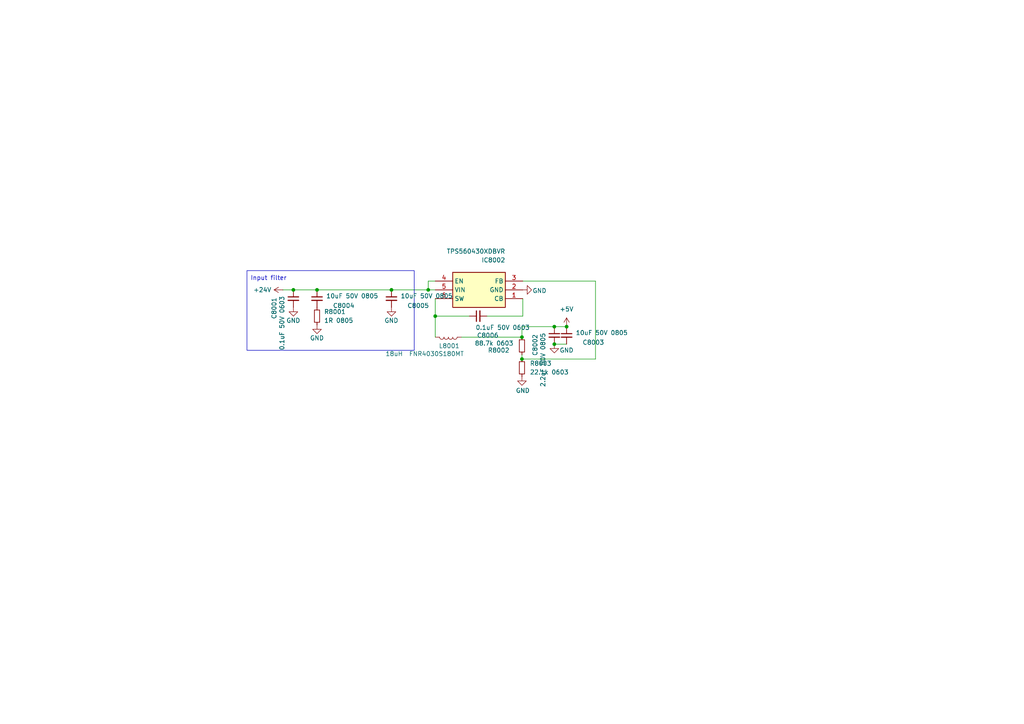
<source format=kicad_sch>
(kicad_sch (version 20231120) (generator "eeschema") (generator_version "8.0")
  (paper "A4")
  (lib_symbols
    (symbol "C_Small_1" (pin_numbers hide) (pin_names (offset 0.254) hide)
      (property "Reference" "C11005" (at 10.922 -2.032 0))
      (property "Value" "10uF 50V 0805" (at 17.78 0.762 0))
      (symbol "C_Small_1_0_1"
        (polyline (pts (xy -1.524 -0.508) (xy 1.524 -0.508)) (stroke (width 0.3302)))
        (polyline (pts (xy -1.524 0.508) (xy 1.524 0.508)) (stroke (width 0.3048)))
      )
      (symbol "C_Small_1_1_1"
        (pin passive line (at 0 2.54 270) (length 2.032) (name "~") (number "1"))
        (pin passive line (at 0 -2.54 90) (length 2.032) (name "~") (number "2"))
      )
    )
    (symbol "C_Small_2" (pin_numbers hide) (pin_names (offset 0.254) hide)
      (property "Reference" "C11006" (at 10.922 -2.032 0))
      (property "Value" "10uF 50V 0805" (at 17.78 0.762 0))
      (symbol "C_Small_2_0_1"
        (polyline (pts (xy -1.524 -0.508) (xy 1.524 -0.508)) (stroke (width 0.3302)))
        (polyline (pts (xy -1.524 0.508) (xy 1.524 0.508)) (stroke (width 0.3048)))
      )
      (symbol "C_Small_2_1_1"
        (pin passive line (at 0 2.54 270) (length 2.032) (name "~") (number "1"))
        (pin passive line (at 0 -2.54 90) (length 2.032) (name "~") (number "2"))
      )
    )
    (symbol "C_Small_3" (pin_numbers hide) (pin_names (offset 0.254) hide)
      (property "Reference" "C11009" (at -5.588 -2.794 90))
      (property "Value" "0.1uF 50V 0603" (at -3.302 -7.112 90))
      (symbol "C_Small_3_0_1"
        (polyline (pts (xy -1.524 -0.508) (xy 1.524 -0.508)) (stroke (width 0.3302)))
        (polyline (pts (xy -1.524 0.508) (xy 1.524 0.508)) (stroke (width 0.3048)))
      )
      (symbol "C_Small_3_1_1"
        (pin passive line (at 0 2.54 270) (length 2.032) (name "~") (number "1"))
        (pin passive line (at 0 -2.54 90) (length 2.032) (name "~") (number "2"))
      )
    )
    (symbol "Device:C_Small" (pin_numbers hide) (pin_names (offset 0.254) hide)
      (property "Reference" "C" (at 0.254 1.778 0))
      (property "Value" "C_Small" (at 0.254 -2.032 0))
      (symbol "C_Small_0_1"
        (polyline (pts (xy -1.524 -0.508) (xy 1.524 -0.508)) (stroke (width 0.3302)))
        (polyline (pts (xy -1.524 0.508) (xy 1.524 0.508)) (stroke (width 0.3048)))
      )
      (symbol "C_Small_1_1"
        (pin passive line (at 0 2.54 270) (length 2.032) (name "~") (number "1"))
        (pin passive line (at 0 -2.54 90) (length 2.032) (name "~") (number "2"))
      )
    )
    (symbol "Device:L" (pin_numbers hide) (pin_names (offset 1.016) hide)
      (property "Reference" "L11001" (at 2.54 0.254 90))
      (property "Value" "18uH  FNR4030S180MT" (at 4.826 -6.858 90))
      (symbol "L_0_1"
        (arc (start 0 -2.54) (mid 0.6323 -1.905) (end 0 -1.27))
        (arc (start 0 -1.27) (mid 0.6323 -0.635) (end 0 0))
        (arc (start 0 0) (mid 0.6323 0.635) (end 0 1.27))
        (arc (start 0 1.27) (mid 0.6323 1.905) (end 0 2.54))
      )
      (symbol "L_1_1"
        (pin passive line (at 0 3.81 270) (length 1.27) (name "1") (number "1"))
        (pin passive line (at 0 -3.81 90) (length 1.27) (name "2") (number "2"))
      )
    )
    (symbol "Device:R_Small" (pin_numbers hide) (pin_names (offset 0.254) hide)
      (property "Reference" "R11005" (at 2.032 1.2701 0))
      (property "Value" "1R 0805" (at 2.032 -1.2699 0))
      (symbol "R_Small_0_1"
        (rectangle (start -0.762 1.778) (end 0.762 -1.778) (stroke (width 0.2032)))
      )
      (symbol "R_Small_1_1"
        (pin passive line (at 0 2.54 270) (length 0.762) (name "~") (number "1"))
        (pin passive line (at 0 -2.54 90) (length 0.762) (name "~") (number "2"))
      )
    )
    (symbol "R_Small_1" (pin_numbers hide) (pin_names (offset 0.254) hide)
      (property "Reference" "R11004" (at 2.286 1.2701 0))
      (property "Value" "22.1k 0603" (at 2.286 -1.2699 0))
      (symbol "R_Small_1_0_1"
        (rectangle (start -0.762 1.778) (end 0.762 -1.778) (stroke (width 0.2032)))
      )
      (symbol "R_Small_1_1_1"
        (pin passive line (at 0 2.54 270) (length 0.762) (name "~") (number "1"))
        (pin passive line (at 0 -2.54 90) (length 0.762) (name "~") (number "2"))
      )
    )
    (symbol "R_Small_2" (pin_numbers hide) (pin_names (offset 0.254) hide)
      (property "Reference" "R11003" (at -9.906 -1.27 0))
      (property "Value" "88.7k 0603" (at -13.716 0.762 0))
      (symbol "R_Small_2_0_1"
        (rectangle (start -0.762 1.778) (end 0.762 -1.778) (stroke (width 0.2032)))
      )
      (symbol "R_Small_2_1_1"
        (pin passive line (at 0 2.54 270) (length 0.762) (name "~") (number "1"))
        (pin passive line (at 0 -2.54 90) (length 0.762) (name "~") (number "2"))
      )
    )
    (symbol "aaa:TPS560430XDBVR"
      (property "Reference" "IC" (at 21.59 7.62 0))
      (property "Value" "TPS560430XDBVR" (at 21.59 5.08 0))
      (symbol "TPS560430XDBVR_1_1"
        (rectangle (start 5.08 2.54) (end 20.32 -7.62) (stroke (width 0.254)) (fill (type background)))
        (pin passive line (at 0 0 0) (length 5.08) (name "CB") (number "1"))
        (pin passive line (at 0 -2.54 0) (length 5.08) (name "GND") (number "2"))
        (pin passive line (at 0 -5.08 0) (length 5.08) (name "FB") (number "3"))
        (pin passive line (at 25.4 -5.08 180) (length 5.08) (name "EN") (number "4"))
        (pin passive line (at 25.4 -2.54 180) (length 5.08) (name "VIN") (number "5"))
        (pin passive line (at 25.4 0 180) (length 5.08) (name "SW") (number "6"))
      )
    )
    (symbol "power:+24V" (power) (pin_numbers hide) (pin_names (offset 0) hide)
      (property "Value" "+24V" (at 0 3.556 0))
      (symbol "+24V_0_1"
        (polyline (pts (xy -0.762 1.27) (xy 0 2.54)))
        (polyline (pts (xy 0 0) (xy 0 2.54)))
        (polyline (pts (xy 0 2.54) (xy 0.762 1.27)))
      )
      (symbol "+24V_1_1"
        (pin power_in line (at 0 0 90) (length 0) (name "~") (number "1"))
      )
    )
    (symbol "power:+5V" (power) (pin_numbers hide) (pin_names (offset 0) hide)
      (property "Value" "+5V" (at 0 3.556 0))
      (symbol "+5V_0_1"
        (polyline (pts (xy -0.762 1.27) (xy 0 2.54)))
        (polyline (pts (xy 0 0) (xy 0 2.54)))
        (polyline (pts (xy 0 2.54) (xy 0.762 1.27)))
      )
      (symbol "+5V_1_1"
        (pin power_in line (at 0 0 90) (length 0) (name "~") (number "1"))
      )
    )
    (symbol "power:GND" (power) (pin_names (offset 0))
      (property "Value" "GND" (at 0 -3.81 0))
      (symbol "GND_0_1"
        (polyline (pts (xy 0 0) (xy 0 -1.27) (xy 1.27 -1.27) (xy 0 -2.54) (xy -1.27 -1.27) (xy 0 -1.27)))
      )
      (symbol "GND_1_1"
        (pin power_in line (at 0 0 270) (length 0) hide (name "GND") (number "1"))
      )
    )
  )
  (junction (at 91.948 84.074))
  (junction (at 164.338 94.742))
  (junction (at 160.782 94.742))
  (junction (at 113.538 84.074))
  (junction (at 85.09 84.074))
  (junction (at 126.238 91.694))
  (junction (at 151.384 97.79))
  (junction (at 151.384 104.14))
  (junction (at 124.206 84.074))
  (junction (at 160.782 99.822))
  (wire (pts (xy 124.206 81.534) (xy 124.206 84.074)))
  (wire (pts (xy 133.858 97.79) (xy 151.384 97.79)))
  (wire (pts (xy 151.638 91.694) (xy 151.638 86.614)))
  (wire (pts (xy 85.09 84.074) (xy 82.042 84.074)))
  (wire (pts (xy 151.384 104.14) (xy 172.72 104.14)))
  (wire (pts (xy 151.384 97.79) (xy 151.384 94.742)))
  (wire (pts (xy 160.782 94.742) (xy 164.338 94.742)))
  (wire (pts (xy 91.948 84.074) (xy 85.09 84.074)))
  (wire (pts (xy 113.538 84.074) (xy 124.206 84.074)))
  (wire (pts (xy 151.384 102.87) (xy 151.384 104.14)))
  (wire (pts (xy 172.72 104.14) (xy 172.72 81.534)))
  (wire (pts (xy 151.638 81.534) (xy 172.72 81.534)))
  (wire (pts (xy 141.224 91.694) (xy 151.638 91.694)))
  (wire (pts (xy 126.238 86.614) (xy 126.238 91.694)))
  (wire (pts (xy 91.948 84.074) (xy 113.538 84.074)))
  (wire (pts (xy 160.782 99.822) (xy 164.338 99.822)))
  (wire (pts (xy 124.206 84.074) (xy 126.238 84.074)))
  (wire (pts (xy 126.238 97.79) (xy 126.238 91.694)))
  (wire (pts (xy 151.384 94.742) (xy 160.782 94.742)))
  (wire (pts (xy 126.238 81.534) (xy 124.206 81.534)))
  (wire (pts (xy 126.238 91.694) (xy 136.144 91.694)))
  (rectangle (start 71.628 78.486) (end 120.142 101.6))
  (text "Input filter" (at 72.644 81.534 0) (effects (font (size 1.27 1.27)) (justify left bottom)))
  (symbol (lib_name "R_Small_1") (lib_id "Device:R_Small") (at 151.384 106.68 0) (unit 1)
    (property "Reference" "R8003" (at 153.67 105.4099 0) (effects (justify left)))
    (property "Value" "22.1k 0603" (at 153.67 107.9499 0) (effects (justify left)))
    (property "Footprint" "Resistor_SMD:R_0603_1608Metric" (effects (hide yes)))
    (property "Description" "Resistor, small symbol" (effects (hide yes)))
    (property "LCSC" "C25961" (effects (hide yes)))
    (instances (project "stm32h7_base" (path "" (reference "R8003") (unit 1))) (project "analog_i" (path "" (reference "R11005") (unit 1))))
  )
  (symbol (lib_name "C_Small_1") (lib_id "Device:C_Small") (at 91.948 86.614 0) (unit 1)
    (property "Reference" "C8004" (at 102.87 88.646 0) (effects (justify right)))
    (property "Value" "10uF 50V 0805" (at 109.728 85.852 0) (effects (justify right)))
    (property "Footprint" "Capacitor_SMD:C_0805_2012Metric" (effects (hide yes)))
    (property "LCSC" "C440198" (effects (hide yes)))
    (instances (project "stm32h7_base" (path "" (reference "C8004") (unit 1))) (project "analog_i" (path "" (reference "C11004") (unit 1))))
  )
  (symbol (lib_id "power:GND") (at 91.948 94.234 0) (unit 1)
    (property "Reference" "#PWR105" (effects (hide yes)))
    (property "Value" "GND" (at 93.98 98.044 0) (effects (justify right)))
    (instances (project "stm32h7_base" (path "" (reference "#PWR105") (unit 1))) (project "analog_i" (path "" (reference "#PWR143") (unit 1))))
  )
  (symbol (lib_id "aaa:TPS560430XDBVR") (at 151.638 86.614 180) (unit 1)
    (property "Reference" "IC8002" (at 146.558 75.438 0) (effects (justify left)))
    (property "Value" "TPS560430XDBVR" (at 146.558 72.898 0) (effects (justify left)))
    (property "Footprint" "Package_TO_SOT_SMD:SOT-23-6" (effects (hide yes)))
    (property "Datasheet" "http://www.ti.com/lit/gpn/tps560430" (effects (hide yes)))
    (property "Description" "SIMPLE SWITCHER 36-V, 600-mA Buck Regulator With High-Efficiency Sleep Mode" (effects (hide yes)))
    (property "Height" "1.45" (effects (hide yes)))
    (property "Manufacturer_Name" "Texas Instruments" (effects (hide yes)))
    (property "Manufacturer_Part_Number" "TPS560430XDBVR" (effects (hide yes)))
    (property "Mouser Part Number" "595-TPS560430XDBVR" (effects (hide yes)))
    (property "Mouser Price/Stock" "https://www.mouser.co.uk/ProductDetail/Texas-Instruments/TPS560430XDBVR?qs=%252BEew9%252B0nqrDFUDwUxL0Ntw%3D%3D" (effects (hide yes)))
    (property "Arrow Part Number" "TPS560430XDBVR" (effects (hide yes)))
    (property "Arrow Price/Stock" "https://www.arrow.com/en/products/tps560430xdbvr/texas-instruments?region=nac" (effects (hide yes)))
    (instances (project "stm32h7_base" (path "" (reference "IC8002") (unit 1))) (project "analog_i" (path "" (reference "IC11002") (unit 1))))
  )
  (symbol (lib_id "Device:C_Small") (at 164.338 97.282 0) (unit 1)
    (property "Reference" "C8003" (at 175.26 99.314 0) (effects (justify right)))
    (property "Value" "10uF 50V 0805" (at 182.118 96.52 0) (effects (justify right)))
    (property "Footprint" "Capacitor_SMD:C_0805_2012Metric" (effects (hide yes)))
    (property "LCSC" "C440198" (effects (hide yes)))
    (instances (project "stm32h7_base" (path "" (reference "C8003") (unit 1))) (project "analog_i" (path "" (reference "C11008") (unit 1))))
  )
  (symbol (lib_id "power:GND") (at 151.384 109.22 0) (unit 1)
    (property "Reference" "#PWR103" (effects (hide yes)))
    (property "Value" "GND" (at 153.67 113.284 0) (effects (justify right)))
    (instances (project "stm32h7_base" (path "" (reference "#PWR103") (unit 1))) (project "analog_i" (path "" (reference "#PWR141") (unit 1))))
  )
  (symbol (lib_id "power:+24V") (at 82.042 84.074 90) (unit 1)
    (property "Reference" "#PWR109" (effects (hide yes)))
    (property "Value" "+24V" (at 78.74 84.0739 90) (effects (justify left)))
    (property "Description" "Power symbol creates a global label with name \"+24V\"" (effects (hide yes)))
    (instances (project "stm32h7_base" (path "" (reference "#PWR109") (unit 1))) (project "analog_i" (path "" (reference "#PWR144") (unit 1))))
  )
  (symbol (lib_id "Device:C_Small") (at 85.09 86.614 0) (unit 1)
    (property "Reference" "C8001" (at 79.502 89.408 90))
    (property "Value" "0.1uF 50V 0603" (at 81.788 93.726 90))
    (property "Footprint" "Capacitor_SMD:C_0603_1608Metric" (effects (hide yes)))
    (property "Description" "Unpolarized capacitor, small symbol" (effects (hide yes)))
    (property "LCSC" "C14663" (effects (hide yes)))
    (instances (project "stm32h7_base" (path "" (reference "C8001") (unit 1))) (project "analog_i" (path "" (reference "C11003") (unit 1))))
  )
  (symbol (lib_id "power:+5V") (at 164.338 94.742 0) (unit 1)
    (property "Reference" "#PWR8001" (effects (hide yes)))
    (property "Value" "+5V" (at 164.338 89.662 0))
    (property "Description" "Power symbol creates a global label with name \"+5V\"" (effects (hide yes)))
    (instances (project "stm32h7_base" (path "" (reference "#PWR8001") (unit 1))) (project "analog_i" (path "" (reference "#PWR140") (unit 1))))
  )
  (symbol (lib_id "power:GND") (at 113.538 89.154 0) (unit 1)
    (property "Reference" "#PWR104" (effects (hide yes)))
    (property "Value" "GND" (at 115.57 92.964 0) (effects (justify right)))
    (instances (project "stm32h7_base" (path "" (reference "#PWR104") (unit 1))) (project "analog_i" (path "" (reference "#PWR142") (unit 1))))
  )
  (symbol (lib_id "Device:R_Small") (at 91.948 91.694 0) (unit 1)
    (property "Reference" "R8001" (at 93.98 90.4239 0) (effects (justify left)))
    (property "Value" "1R 0805" (at 93.98 92.9639 0) (effects (justify left)))
    (property "Footprint" "Resistor_SMD:R_0805_2012Metric" (effects (hide yes)))
    (property "Description" "Resistor, small symbol" (effects (hide yes)))
    (property "LCSC" "C25271" (effects (hide yes)))
    (instances (project "stm32h7_base" (path "" (reference "R8001") (unit 1))) (project "analog_i" (path "" (reference "R11003") (unit 1))))
  )
  (symbol (lib_name "C_Small_3") (lib_id "Device:C_Small") (at 138.684 91.694 90) (unit 1)
    (property "Reference" "C8006" (at 141.478 97.282 90))
    (property "Value" "0.1uF 50V 0603" (at 145.796 94.996 90))
    (property "Footprint" "Capacitor_SMD:C_0603_1608Metric" (effects (hide yes)))
    (property "Description" "Unpolarized capacitor, small symbol" (effects (hide yes)))
    (property "LCSC" "C14663" (effects (hide yes)))
    (instances (project "stm32h7_base" (path "" (reference "C8006") (unit 1))) (project "analog_i" (path "" (reference "C11006") (unit 1))))
  )
  (symbol (lib_id "power:GND") (at 151.638 84.074 90) (unit 1)
    (property "Reference" "#PWR101" (effects (hide yes)))
    (property "Value" "GND" (at 154.432 84.328 90) (effects (justify right)))
    (instances (project "stm32h7_base" (path "" (reference "#PWR101") (unit 1))) (project "analog_i" (path "" (reference "#PWR138") (unit 1))))
  )
  (symbol (lib_id "Device:L") (at 130.048 97.79 270) (unit 1)
    (property "Reference" "L8001" (at 130.302 100.33 90))
    (property "Value" "18uH  FNR4030S180MT" (at 123.19 102.616 90))
    (property "Footprint" "aaa:INDPM4040X300N" (effects (hide yes)))
    (property "Description" "Inductor" (effects (hide yes)))
    (property "LCSC" " C167882" (effects (hide yes)))
    (instances (project "stm32h7_base" (path "" (reference "L8001") (unit 1))) (project "analog_i" (path "" (reference "L11001") (unit 1))))
  )
  (symbol (lib_id "Device:C_Small") (at 160.782 97.282 0) (unit 1)
    (property "Reference" "C8002" (at 155.194 100.076 90))
    (property "Value" "2.2uF 50V 0805" (at 157.48 104.394 90))
    (property "Footprint" "Capacitor_SMD:C_0805_2012Metric" (effects (hide yes)))
    (property "LCSC" "C377773" (effects (hide yes)))
    (instances (project "stm32h7_base" (path "" (reference "C8002") (unit 1))) (project "analog_i" (path "" (reference "C11007") (unit 1))))
  )
  (symbol (lib_name "R_Small_2") (lib_id "Device:R_Small") (at 151.384 100.33 0) (unit 1)
    (property "Reference" "R8002" (at 141.478 101.6 0) (effects (justify left)))
    (property "Value" "88.7k 0603" (at 137.668 99.568 0) (effects (justify left)))
    (property "Footprint" "Resistor_SMD:R_0603_1608Metric" (effects (hide yes)))
    (property "Description" "Resistor, small symbol" (effects (hide yes)))
    (property "LCSC" "C203875" (effects (hide yes)))
    (instances (project "stm32h7_base" (path "" (reference "R8002") (unit 1))) (project "analog_i" (path "" (reference "R11004") (unit 1))))
  )
  (symbol (lib_id "power:GND") (at 160.782 99.822 0) (unit 1)
    (property "Reference" "#PWR102" (effects (hide yes)))
    (property "Value" "GND" (at 166.37 101.6 0) (effects (justify right)))
    (instances (project "stm32h7_base" (path "" (reference "#PWR102") (unit 1))) (project "analog_i" (path "" (reference "#PWR139") (unit 1))))
  )
  (symbol (lib_id "power:GND") (at 85.09 89.154 0) (unit 1)
    (property "Reference" "#PWR110" (effects (hide yes)))
    (property "Value" "GND" (at 87.122 92.964 0) (effects (justify right)))
    (instances (project "stm32h7_base" (path "" (reference "#PWR110") (unit 1))) (project "analog_i" (path "" (reference "#PWR145") (unit 1))))
  )
  (symbol (lib_name "C_Small_2") (lib_id "Device:C_Small") (at 113.538 86.614 0) (unit 1)
    (property "Reference" "C8005" (at 124.46 88.646 0) (effects (justify right)))
    (property "Value" "10uF 50V 0805" (at 131.318 85.852 0) (effects (justify right)))
    (property "Footprint" "Capacitor_SMD:C_0805_2012Metric" (effects (hide yes)))
    (property "LCSC" "C440198" (effects (hide yes)))
    (instances (project "stm32h7_base" (path "" (reference "C8005") (unit 1))) (project "analog_i" (path "" (reference "C11005") (unit 1))))
  )
)
</source>
